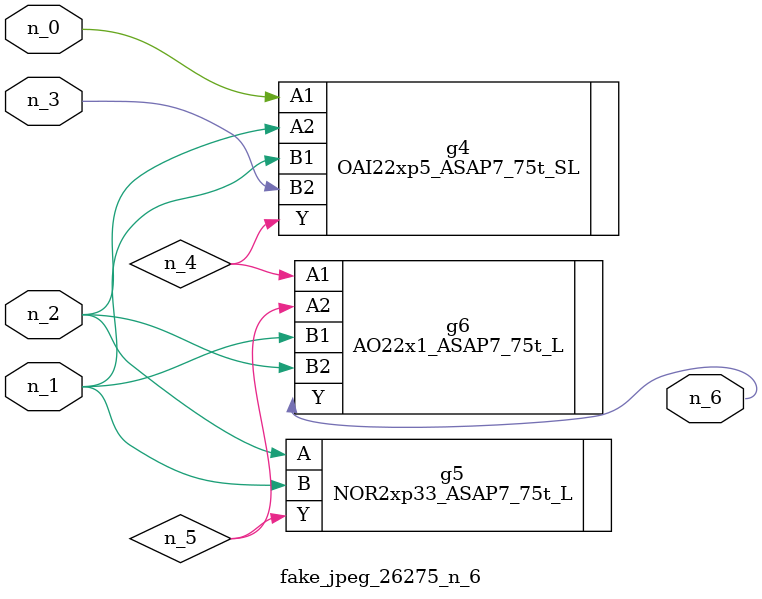
<source format=v>
module fake_jpeg_26275_n_6 (n_0, n_3, n_2, n_1, n_6);

input n_0;
input n_3;
input n_2;
input n_1;

output n_6;

wire n_4;
wire n_5;

OAI22xp5_ASAP7_75t_SL g4 ( 
.A1(n_0),
.A2(n_2),
.B1(n_1),
.B2(n_3),
.Y(n_4)
);

NOR2xp33_ASAP7_75t_L g5 ( 
.A(n_2),
.B(n_1),
.Y(n_5)
);

AO22x1_ASAP7_75t_L g6 ( 
.A1(n_4),
.A2(n_5),
.B1(n_1),
.B2(n_2),
.Y(n_6)
);


endmodule
</source>
